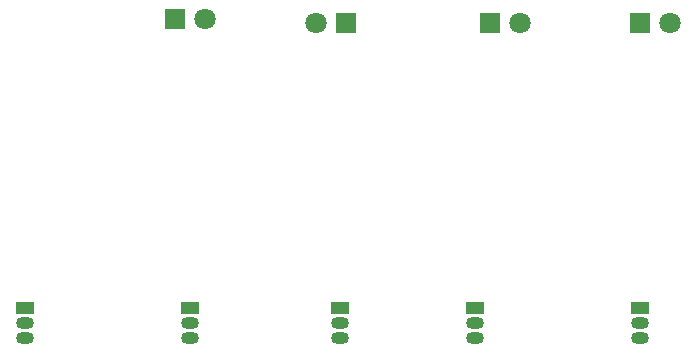
<source format=gbr>
%TF.GenerationSoftware,KiCad,Pcbnew,(6.0.0)*%
%TF.CreationDate,2024-11-06T11:00:44+02:00*%
%TF.ProjectId,second_pr.kicad_sch-1,7365636f-6e64-45f7-9072-2e6b69636164,0*%
%TF.SameCoordinates,Original*%
%TF.FileFunction,Soldermask,Bot*%
%TF.FilePolarity,Negative*%
%FSLAX46Y46*%
G04 Gerber Fmt 4.6, Leading zero omitted, Abs format (unit mm)*
G04 Created by KiCad (PCBNEW (6.0.0)) date 2024-11-06 11:00:44*
%MOMM*%
%LPD*%
G01*
G04 APERTURE LIST*
%ADD10R,1.800000X1.800000*%
%ADD11C,1.800000*%
%ADD12R,1.500000X1.050000*%
%ADD13O,1.500000X1.050000*%
G04 APERTURE END LIST*
D10*
%TO.C,D1*%
X226060000Y-106281145D03*
D11*
X228600000Y-106281145D03*
%TD*%
D12*
%TO.C,Q1*%
X213360000Y-130810000D03*
D13*
X213360000Y-132080000D03*
X213360000Y-133350000D03*
%TD*%
D10*
%TO.C,D4*%
X265430000Y-106680000D03*
D11*
X267970000Y-106680000D03*
%TD*%
D12*
%TO.C,Q4*%
X251460000Y-130810000D03*
D13*
X251460000Y-132080000D03*
X251460000Y-133350000D03*
%TD*%
D12*
%TO.C,Q5*%
X265430000Y-130810000D03*
D13*
X265430000Y-132080000D03*
X265430000Y-133350000D03*
%TD*%
D12*
%TO.C,Q3*%
X240030000Y-130810000D03*
D13*
X240030000Y-132080000D03*
X240030000Y-133350000D03*
%TD*%
D12*
%TO.C,Q2*%
X227330000Y-130810000D03*
D13*
X227330000Y-132080000D03*
X227330000Y-133350000D03*
%TD*%
D10*
%TO.C,D3*%
X252730000Y-106680000D03*
D11*
X255270000Y-106680000D03*
%TD*%
D10*
%TO.C,D2*%
X240465572Y-106680000D03*
D11*
X237925572Y-106680000D03*
%TD*%
M02*

</source>
